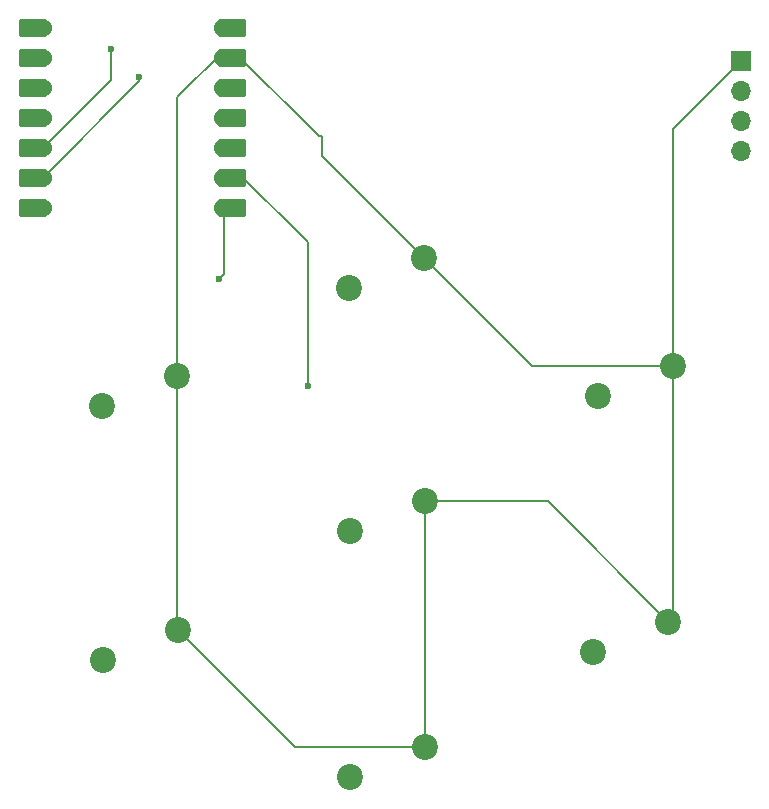
<source format=gbr>
%TF.GenerationSoftware,KiCad,Pcbnew,9.0.2*%
%TF.CreationDate,2025-07-27T13:16:14+05:30*%
%TF.ProjectId,honey-pad,686f6e65-792d-4706-9164-2e6b69636164,rev?*%
%TF.SameCoordinates,Original*%
%TF.FileFunction,Copper,L1,Top*%
%TF.FilePolarity,Positive*%
%FSLAX46Y46*%
G04 Gerber Fmt 4.6, Leading zero omitted, Abs format (unit mm)*
G04 Created by KiCad (PCBNEW 9.0.2) date 2025-07-27 13:16:14*
%MOMM*%
%LPD*%
G01*
G04 APERTURE LIST*
G04 Aperture macros list*
%AMRoundRect*
0 Rectangle with rounded corners*
0 $1 Rounding radius*
0 $2 $3 $4 $5 $6 $7 $8 $9 X,Y pos of 4 corners*
0 Add a 4 corners polygon primitive as box body*
4,1,4,$2,$3,$4,$5,$6,$7,$8,$9,$2,$3,0*
0 Add four circle primitives for the rounded corners*
1,1,$1+$1,$2,$3*
1,1,$1+$1,$4,$5*
1,1,$1+$1,$6,$7*
1,1,$1+$1,$8,$9*
0 Add four rect primitives between the rounded corners*
20,1,$1+$1,$2,$3,$4,$5,0*
20,1,$1+$1,$4,$5,$6,$7,0*
20,1,$1+$1,$6,$7,$8,$9,0*
20,1,$1+$1,$8,$9,$2,$3,0*%
G04 Aperture macros list end*
%TA.AperFunction,ComponentPad*%
%ADD10R,1.700000X1.700000*%
%TD*%
%TA.AperFunction,ComponentPad*%
%ADD11O,1.700000X1.700000*%
%TD*%
%TA.AperFunction,SMDPad,CuDef*%
%ADD12RoundRect,0.152400X1.063600X0.609600X-1.063600X0.609600X-1.063600X-0.609600X1.063600X-0.609600X0*%
%TD*%
%TA.AperFunction,ComponentPad*%
%ADD13C,1.524000*%
%TD*%
%TA.AperFunction,SMDPad,CuDef*%
%ADD14RoundRect,0.152400X-1.063600X-0.609600X1.063600X-0.609600X1.063600X0.609600X-1.063600X0.609600X0*%
%TD*%
%TA.AperFunction,ComponentPad*%
%ADD15C,2.200000*%
%TD*%
%TA.AperFunction,ViaPad*%
%ADD16C,0.600000*%
%TD*%
%TA.AperFunction,Conductor*%
%ADD17C,0.200000*%
%TD*%
G04 APERTURE END LIST*
D10*
%TO.P,J1,1,Pin_1*%
%TO.N,GND*%
X129533750Y-74886250D03*
D11*
%TO.P,J1,2,Pin_2*%
%TO.N,VCC*%
X129533750Y-77426250D03*
%TO.P,J1,3,Pin_3*%
%TO.N,scl*%
X129533750Y-79966250D03*
%TO.P,J1,4,Pin_4*%
%TO.N,sda*%
X129533750Y-82506250D03*
%TD*%
D12*
%TO.P,U1,1,GPIO26/ADC0/A0*%
%TO.N,sw1*%
X69565000Y-72068500D03*
D13*
X70400000Y-72068500D03*
D12*
%TO.P,U1,2,GPIO27/ADC1/A1*%
%TO.N,sw2*%
X69565000Y-74608500D03*
D13*
X70400000Y-74608500D03*
D12*
%TO.P,U1,3,GPIO28/ADC2/A2*%
%TO.N,sw3*%
X69565000Y-77148500D03*
D13*
X70400000Y-77148500D03*
D12*
%TO.P,U1,4,GPIO29/ADC3/A3*%
%TO.N,sw4*%
X69565000Y-79688500D03*
D13*
X70400000Y-79688500D03*
D12*
%TO.P,U1,5,GPIO6/SDA*%
%TO.N,sda*%
X69565000Y-82228500D03*
D13*
X70400000Y-82228500D03*
D12*
%TO.P,U1,6,GPIO7/SCL*%
%TO.N,scl*%
X69565000Y-84768500D03*
D13*
X70400000Y-84768500D03*
D12*
%TO.P,U1,7,GPIO0/TX*%
%TO.N,sw5*%
X69565000Y-87308500D03*
D13*
X70400000Y-87308500D03*
%TO.P,U1,8,GPIO1/RX*%
%TO.N,sw6*%
X85640000Y-87308500D03*
D14*
X86475000Y-87308500D03*
D13*
%TO.P,U1,9,GPIO2/SCK*%
%TO.N,sw7*%
X85640000Y-84768500D03*
D14*
X86475000Y-84768500D03*
D13*
%TO.P,U1,10,GPIO4/MISO*%
%TO.N,unconnected-(U1-GPIO4{slash}MISO-Pad10)*%
X85640000Y-82228500D03*
D14*
X86475000Y-82228500D03*
D13*
%TO.P,U1,11,GPIO3/MOSI*%
%TO.N,unconnected-(U1-GPIO3{slash}MOSI-Pad11)*%
X85640000Y-79688500D03*
D14*
X86475000Y-79688500D03*
D13*
%TO.P,U1,12,3V3*%
%TO.N,VCC*%
X85640000Y-77148500D03*
D14*
X86475000Y-77148500D03*
D13*
%TO.P,U1,13,GND*%
%TO.N,GND*%
X85640000Y-74608500D03*
D14*
X86475000Y-74608500D03*
D13*
%TO.P,U1,14,VBUS*%
%TO.N,unconnected-(U1-VBUS-Pad14)*%
X85640000Y-72068500D03*
D14*
X86475000Y-72068500D03*
%TD*%
D15*
%TO.P,SW7,1,1*%
%TO.N,GND*%
X102760000Y-112120000D03*
%TO.P,SW7,2,2*%
%TO.N,sw7*%
X96410000Y-114660000D03*
%TD*%
%TO.P,SW1,1,1*%
%TO.N,GND*%
X102660000Y-91520000D03*
%TO.P,SW1,2,2*%
%TO.N,sw1*%
X96310000Y-94060000D03*
%TD*%
%TO.P,SW6,1,1*%
%TO.N,GND*%
X81760000Y-101520000D03*
%TO.P,SW6,2,2*%
%TO.N,sw6*%
X75410000Y-104060000D03*
%TD*%
%TO.P,SW4,1,1*%
%TO.N,GND*%
X123360000Y-122320000D03*
%TO.P,SW4,2,2*%
%TO.N,sw4*%
X117010000Y-124860000D03*
%TD*%
%TO.P,SW2,1,1*%
%TO.N,GND*%
X81860000Y-123020000D03*
%TO.P,SW2,2,2*%
%TO.N,sw2*%
X75510000Y-125560000D03*
%TD*%
%TO.P,SW3,1,1*%
%TO.N,GND*%
X102760000Y-132920000D03*
%TO.P,SW3,2,2*%
%TO.N,sw3*%
X96410000Y-135460000D03*
%TD*%
%TO.P,SW5,1,1*%
%TO.N,GND*%
X123820000Y-100720000D03*
%TO.P,SW5,2,2*%
%TO.N,sw5*%
X117470000Y-103260000D03*
%TD*%
D16*
%TO.N,sda*%
X76200000Y-73818750D03*
%TO.N,scl*%
X78581250Y-76200000D03*
%TO.N,sw6*%
X85300735Y-93293015D03*
%TO.N,sw7*%
X92868750Y-102393750D03*
%TD*%
D17*
%TO.N,sda*%
X76200000Y-76428500D02*
X70400000Y-82228500D01*
X76200000Y-73818750D02*
X76200000Y-76428500D01*
%TO.N,scl*%
X78581250Y-76587250D02*
X70400000Y-84768500D01*
X78581250Y-76200000D02*
X78581250Y-76587250D01*
%TO.N,GND*%
X123820000Y-80600000D02*
X123820000Y-100720000D01*
X129533750Y-74886250D02*
X123820000Y-80600000D01*
X91760000Y-132920000D02*
X102760000Y-132920000D01*
X123820000Y-100720000D02*
X111860000Y-100720000D01*
X81860000Y-123020000D02*
X91760000Y-132920000D01*
X102760000Y-112120000D02*
X113160000Y-112120000D01*
X113160000Y-112120000D02*
X123360000Y-122320000D01*
X81760000Y-122920000D02*
X81860000Y-123020000D01*
X81760000Y-101520000D02*
X81760000Y-122920000D01*
X94085000Y-81195000D02*
X93777500Y-81195000D01*
X102760000Y-132920000D02*
X102760000Y-112120000D01*
X123360000Y-122320000D02*
X123820000Y-121860000D01*
X94085000Y-82945000D02*
X94085000Y-81195000D01*
X111860000Y-100720000D02*
X102660000Y-91520000D01*
X123820000Y-121860000D02*
X123820000Y-100720000D01*
X102660000Y-91520000D02*
X94085000Y-82945000D01*
X81760000Y-77942500D02*
X85725000Y-73977500D01*
X93777500Y-81195000D02*
X86560000Y-73977500D01*
X81760000Y-101520000D02*
X81760000Y-77942500D01*
%TO.N,sw6*%
X85300735Y-93293015D02*
X85725000Y-92868750D01*
X85725000Y-92868750D02*
X85725000Y-86677500D01*
%TO.N,sw7*%
X92868750Y-102393750D02*
X92868750Y-90203620D01*
X92868750Y-90203620D02*
X86802630Y-84137500D01*
X86802630Y-84137500D02*
X85725000Y-84137500D01*
%TD*%
M02*

</source>
